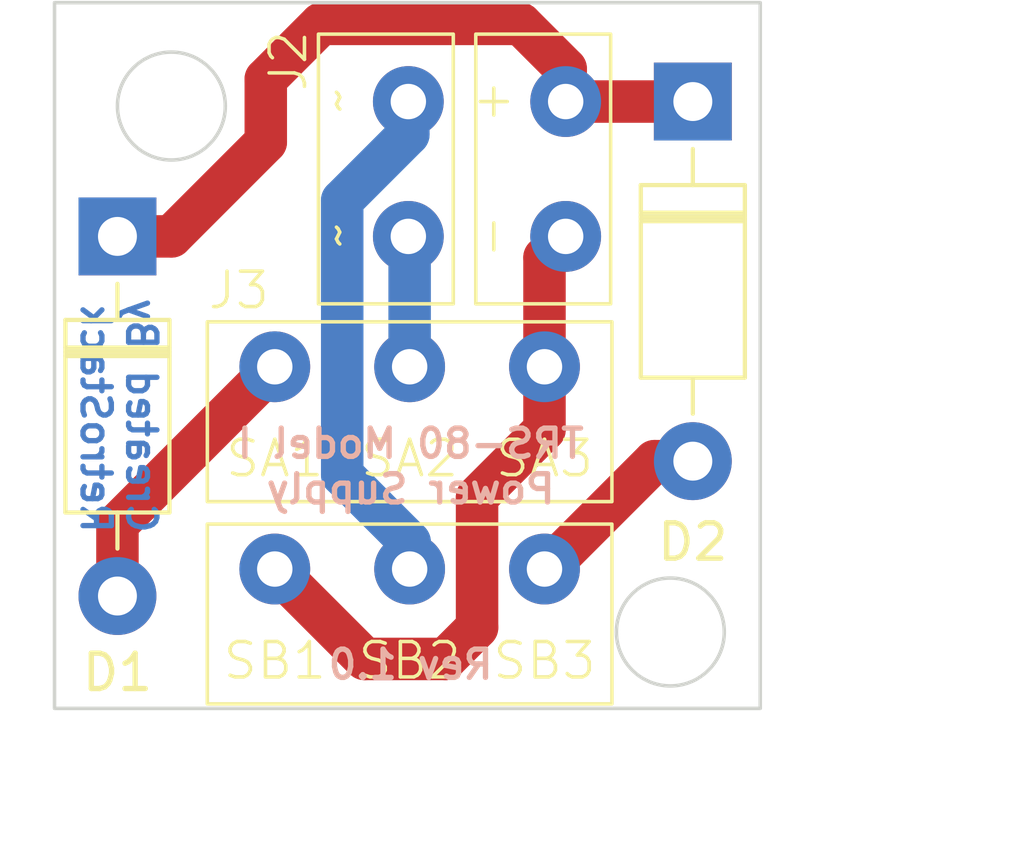
<source format=kicad_pcb>
(kicad_pcb (version 20221018) (generator pcbnew)
  (title_block (title "TRS-80 Model I Power Supply") (date "2024-03-31") (rev "Rev 1.0") (company "Marcel Erz"))
  (layers (0 "F.Cu" signal) (31 "B.Cu" signal) (34 "B.Paste" user) (35 "F.Paste" user) (36 "B.SilkS" user "B.Silkscreen") (37 "F.SilkS" user "F.Silkscreen") (38 "B.Mask" user) (39 "F.Mask" user) (44 "Edge.Cuts" user))
  (net 0 "")
  (net 1 "Net-(D1-K)")
  (net 2 "/A1")
  (net 3 "/B3")
  (net 4 "/A3")
  (net 5 "/A2")
  (net 6 "/B2")
  (footprint "RetroStackLibrary:TRS80_Model_I_PWR_Connector" (layer "F.Cu") (at 142.5845 120.523 -90)
    (fp_text reference "J2" (at -3.048 12.9175 90 unlocked) (layer "F.SilkS") (effects (font (thickness 0.1))))
    (fp_text value "Conn_01x04")
    (fp_text user "~" (at -1.905 12.065 -90 unlocked) (layer "F.SilkS") (effects (font (thickness 0.1)) (justify bottom)))
    (fp_text user "-" (at 1.905 7.62 -90 unlocked) (layer "F.SilkS") (effects (font (thickness 0.1)) (justify bottom)))
    (fp_text user "~" (at 1.905 12.065 -90 unlocked) (layer "F.SilkS") (effects (font (thickness 0.1)) (justify bottom)))
    (fp_text user "+" (at -1.905 7.62 -90 unlocked) (layer "F.SilkS") (effects (font (thickness 0.1)) (justify bottom)))
    (fp_rect (start -3.81 3.81) (end 3.81 7.62) (stroke (width 0.1)) (fill none) (layer "F.SilkS"))
    (fp_rect (start -3.81 8.255) (end 3.81 12.065) (stroke (width 0.1)) (fill none) (layer "F.SilkS"))
    (pad "1" thru_hole circle (at -1.905 5.08 270) (size 2 2) (drill 1) (layers "*.Cu" "*.Mask") (net 1 "Net-(D1-K)"))
    (pad "2" thru_hole circle (at 1.905 5.08 270) (size 2 2) (drill 1) (layers "*.Cu" "*.Mask") (net 4 "/A3"))
    (pad "3" thru_hole circle (at 1.905 9.525 270) (size 2 2) (drill 1) (layers "*.Cu" "*.Mask") (net 5 "/A2"))
    (pad "4" thru_hole circle (at -1.905 9.525 270) (size 2 2) (drill 1) (layers "*.Cu" "*.Mask") (net 6 "/B2"))
  )
  (footprint "RetroStackLibrary:TRS80_Model_I_Transformer_Connector" (layer "F.Cu") (at 133.096 121.031)
    (fp_text reference "J3" (at -4.826 2.921 unlocked) (layer "F.SilkS") (effects (font (thickness 0.1))))
    (fp_text value "Conn_01x06")
    (fp_text user "SB1" (at -3.81 13.97 unlocked) (layer "F.SilkS") (effects (font (thickness 0.1)) (justify bottom)))
    (fp_text user "SB3" (at 3.81 13.97 unlocked) (layer "F.SilkS") (effects (font (thickness 0.1)) (justify bottom)))
    (fp_text user "SA2" (at 0 8.255 unlocked) (layer "F.SilkS") (effects (font (thickness 0.1)) (justify bottom)))
    (fp_text user "SA3" (at 3.81 8.255 unlocked) (layer "F.SilkS") (effects (font (thickness 0.1)) (justify bottom)))
    (fp_text user "SA1" (at -3.81 8.255 unlocked) (layer "F.SilkS") (effects (font (thickness 0.1)) (justify bottom)))
    (fp_text user "SB2" (at 0 13.97 unlocked) (layer "F.SilkS") (effects (font (thickness 0.1)) (justify bottom)))
    (fp_rect (start -5.715 3.81) (end 5.715 8.89) (stroke (width 0.1)) (fill none) (layer "F.SilkS"))
    (fp_rect (start -5.715 9.525) (end 5.715 14.605) (stroke (width 0.1)) (fill none) (layer "F.SilkS"))
    (pad "1" thru_hole circle (at -3.81 5.08) (size 2 2) (drill 1) (layers "*.Cu" "*.Mask") (net 2 "/A1"))
    (pad "2" thru_hole circle (at 0 5.08) (size 2 2) (drill 1) (layers "*.Cu" "*.Mask") (net 5 "/A2"))
    (pad "3" thru_hole circle (at 3.81 5.08) (size 2 2) (drill 1) (layers "*.Cu" "*.Mask") (net 4 "/A3"))
    (pad "4" thru_hole circle (at -3.81 10.795) (size 2 2) (drill 1) (layers "*.Cu" "*.Mask") (net 4 "/A3"))
    (pad "5" thru_hole circle (at 0 10.795) (size 2 2) (drill 1) (layers "*.Cu" "*.Mask") (net 6 "/B2"))
    (pad "6" thru_hole circle (at 3.81 10.795) (size 2 2) (drill 1) (layers "*.Cu" "*.Mask") (net 3 "/B3"))
  )
  (footprint "Diode_THT:D_DO-41_SOD81_P10.16mm_Horizontal" (layer "F.Cu") (at 141.097 118.618 -90)
    (fp_text reference "D2" (at 12.446 0 -180) (layer "F.SilkS"))
    (fp_text value "1N4001")
    (fp_line (start 1.34 0) (end 2.36 0) (stroke (width 0.12)) (layer "F.SilkS"))
    (fp_line (start 2.36 -1.47) (end 2.36 1.47) (stroke (width 0.12)) (layer "F.SilkS"))
    (fp_line (start 2.36 1.47) (end 7.8 1.47) (stroke (width 0.12)) (layer "F.SilkS"))
    (fp_line (start 3.14 -1.47) (end 3.14 1.47) (stroke (width 0.12)) (layer "F.SilkS"))
    (fp_line (start 3.26 -1.47) (end 3.26 1.47) (stroke (width 0.12)) (layer "F.SilkS"))
    (fp_line (start 3.38 -1.47) (end 3.38 1.47) (stroke (width 0.12)) (layer "F.SilkS"))
    (fp_line (start 7.8 -1.47) (end 2.36 -1.47) (stroke (width 0.12)) (layer "F.SilkS"))
    (fp_line (start 7.8 1.47) (end 7.8 -1.47) (stroke (width 0.12)) (layer "F.SilkS"))
    (fp_line (start 8.82 0) (end 7.8 0) (stroke (width 0.12)) (layer "F.SilkS"))
    (pad "1" thru_hole rect (at 0 0 270) (size 2.2 2.2) (drill 1.1) (layers "*.Cu" "*.Mask") (net 1 "Net-(D1-K)"))
    (pad "2" thru_hole oval (at 10.16 0 270) (size 2.2 2.2) (drill 1.1) (layers "*.Cu" "*.Mask") (net 3 "/B3"))
  )
  (footprint "Diode_THT:D_DO-41_SOD81_P10.16mm_Horizontal" (layer "F.Cu") (at 124.841 122.428 -90)
    (fp_text reference "D1" (at 12.319 0 -180) (layer "F.SilkS"))
    (fp_text value "1N4001")
    (fp_line (start 1.34 0) (end 2.36 0) (stroke (width 0.12)) (layer "F.SilkS"))
    (fp_line (start 2.36 -1.47) (end 2.36 1.47) (stroke (width 0.12)) (layer "F.SilkS"))
    (fp_line (start 2.36 1.47) (end 7.8 1.47) (stroke (width 0.12)) (layer "F.SilkS"))
    (fp_line (start 3.14 -1.47) (end 3.14 1.47) (stroke (width 0.12)) (layer "F.SilkS"))
    (fp_line (start 3.26 -1.47) (end 3.26 1.47) (stroke (width 0.12)) (layer "F.SilkS"))
    (fp_line (start 3.38 -1.47) (end 3.38 1.47) (stroke (width 0.12)) (layer "F.SilkS"))
    (fp_line (start 7.8 -1.47) (end 2.36 -1.47) (stroke (width 0.12)) (layer "F.SilkS"))
    (fp_line (start 7.8 1.47) (end 7.8 -1.47) (stroke (width 0.12)) (layer "F.SilkS"))
    (fp_line (start 8.82 0) (end 7.8 0) (stroke (width 0.12)) (layer "F.SilkS"))
    (pad "1" thru_hole rect (at 0 0 270) (size 2.2 2.2) (drill 1.1) (layers "*.Cu" "*.Mask") (net 1 "Net-(D1-K)"))
    (pad "2" thru_hole oval (at 10.16 0 270) (size 2.2 2.2) (drill 1.1) (layers "*.Cu" "*.Mask") (net 2 "/A1"))
  )
  (gr_circle (center 140.462 133.604) (end 141.986 133.604) (stroke (width 0.1)) (fill none) (layer "Edge.Cuts"))
  (gr_rect (start 123.063 115.824) (end 143.002 135.763) (stroke (width 0.1)) (fill none) (layer "Edge.Cuts"))
  (gr_circle (center 126.365 118.745) (end 127.889 118.745) (stroke (width 0.1)) (fill none) (layer "Edge.Cuts"))
  (gr_text "Created By\nRetroStack" (at 123.7625 130.8875 270) (layer "B.Cu") (effects (font (size 0.8 0.8)) (justify left bottom mirror)))
  (gr_text "TRS-80 Model I\nPower Supply" (at 133.125 128.925) (layer "B.SilkS") (effects (font (size 0.8 0.8)) (justify mirror)))
  (gr_text "Rev 1.0" (at 133.125 134.525) (layer "B.SilkS") (effects (font (size 0.8 0.8)) (justify mirror)))
  (segment (start 141.097 118.618) (end 137.5045 118.618) (width 1.2) (layer "F.Cu") (net 1))
  (segment (start 137.5045 117.6925) (end 136.236 116.424) (width 1.2) (layer "F.Cu") (net 1))
  (segment (start 136.236 116.424) (end 130.591 116.424) (width 1.2) (layer "F.Cu") (net 1))
  (segment (start 137.5045 118.618) (end 137.5045 117.6925) (width 1.2) (layer "F.Cu") (net 1))
  (segment (start 129.032 117.983) (end 129.032 119.761) (width 1.2) (layer "F.Cu") (net 1))
  (segment (start 129.032 119.761) (end 126.365 122.428) (width 1.2) (layer "F.Cu") (net 1))
  (segment (start 130.591 116.424) (end 129.032 117.983) (width 1.2) (layer "F.Cu") (net 1))
  (segment (start 126.365 122.428) (end 124.841 122.428) (width 1.2) (layer "F.Cu") (net 1))
  (segment (start 129.286 126.111) (end 124.841 130.556) (width 1.2) (layer "F.Cu") (net 2))
  (segment (start 124.841 130.556) (end 124.841 132.588) (width 1.2) (layer "F.Cu") (net 2))
  (segment (start 140.0175 128.778) (end 141.097 128.778) (width 1.2) (layer "F.Cu") (net 3))
  (segment (start 136.9695 131.826) (end 140.0175 128.778) (width 1.2) (layer "F.Cu") (net 3))
  (segment (start 136.906 131.826) (end 136.9695 131.826) (width 1.2) (layer "F.Cu") (net 3))
  (segment (start 135.001 133.477) (end 135.001 129.794) (width 1.2) (layer "F.Cu") (net 4))
  (segment (start 136.906 123.0265) (end 137.5045 122.428) (width 1.2) (layer "F.Cu") (net 4))
  (segment (start 129.286 131.826) (end 131.826 134.366) (width 1.2) (layer "F.Cu") (net 4))
  (segment (start 135.001 129.794) (end 136.906 127.889) (width 1.2) (layer "F.Cu") (net 4))
  (segment (start 134.112 134.366) (end 135.001 133.477) (width 1.2) (layer "F.Cu") (net 4))
  (segment (start 136.906 126.111) (end 136.906 123.0265) (width 1.2) (layer "F.Cu") (net 4))
  (segment (start 136.906 127.889) (end 136.906 126.111) (width 1.2) (layer "F.Cu") (net 4))
  (segment (start 131.826 134.366) (end 134.112 134.366) (width 1.2) (layer "F.Cu") (net 4))
  (segment (start 133.096 126.111) (end 133.096 122.5185) (width 1.2) (layer "B.Cu") (net 5))
  (segment (start 133.096 122.5185) (end 133.1865 122.428) (width 1.2) (layer "B.Cu") (net 5))
  (segment (start 133.096 131.064) (end 131.191 129.159) (width 1.2) (layer "B.Cu") (net 6))
  (segment (start 131.191 121.412) (end 133.0595 119.5435) (width 1.2) (layer "B.Cu") (net 6))
  (segment (start 131.191 129.159) (end 131.191 121.412) (width 1.2) (layer "B.Cu") (net 6))
  (segment (start 133.096 131.826) (end 133.096 131.064) (width 1.2) (layer "B.Cu") (net 6))
  (segment (start 133.0595 119.5435) (end 133.0595 118.618) (width 1.2) (layer "B.Cu") (net 6))
)
</source>
